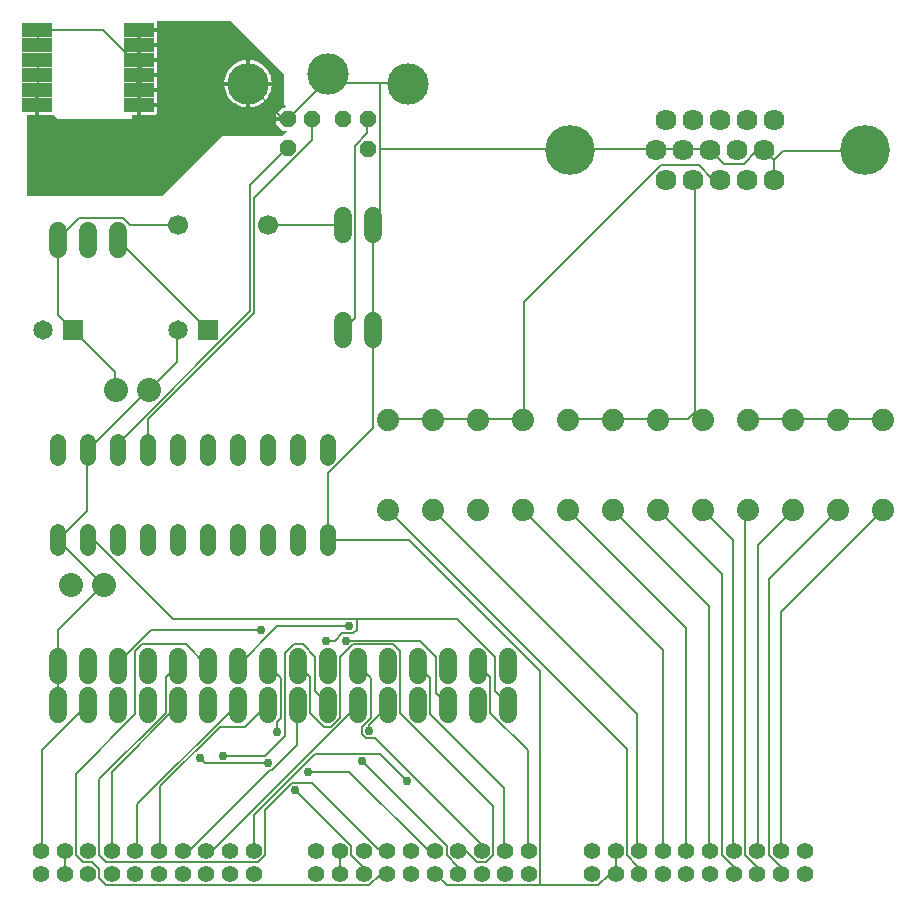
<source format=gbr>
G04 EAGLE Gerber RS-274X export*
G75*
%MOMM*%
%FSLAX34Y34*%
%LPD*%
%INTop Copper*%
%IPPOS*%
%AMOC8*
5,1,8,0,0,1.08239X$1,22.5*%
G01*
%ADD10C,1.408000*%
%ADD11C,4.216400*%
%ADD12C,1.790700*%
%ADD13C,1.879600*%
%ADD14C,3.500000*%
%ADD15P,1.539592X8X22.500000*%
%ADD16C,1.524000*%
%ADD17C,1.320800*%
%ADD18C,1.700000*%
%ADD19C,1.651000*%
%ADD20R,1.651000X1.651000*%
%ADD21C,2.032000*%
%ADD22R,2.540000X1.270000*%
%ADD23C,0.152400*%
%ADD24C,0.756400*%

G36*
X203220Y596142D02*
X203220Y596142D01*
X203239Y596140D01*
X203310Y596155D01*
X203381Y596161D01*
X203411Y596173D01*
X203443Y596179D01*
X203460Y596188D01*
X203480Y596192D01*
X203542Y596229D01*
X203607Y596257D01*
X203639Y596283D01*
X203660Y596294D01*
X203674Y596308D01*
X203691Y596318D01*
X203706Y596336D01*
X203738Y596362D01*
X254315Y646939D01*
X304800Y646939D01*
X304890Y646954D01*
X304981Y646961D01*
X305011Y646973D01*
X305043Y646979D01*
X305123Y647021D01*
X305207Y647057D01*
X305239Y647083D01*
X305260Y647094D01*
X305282Y647117D01*
X305338Y647162D01*
X308224Y650048D01*
X308266Y650106D01*
X308316Y650158D01*
X308338Y650205D01*
X308368Y650247D01*
X308389Y650316D01*
X308419Y650381D01*
X308425Y650433D01*
X308440Y650483D01*
X308438Y650554D01*
X308446Y650625D01*
X308435Y650676D01*
X308434Y650728D01*
X308409Y650796D01*
X308394Y650866D01*
X308367Y650910D01*
X308349Y650959D01*
X308305Y651015D01*
X308268Y651077D01*
X308228Y651111D01*
X308196Y651151D01*
X308135Y651190D01*
X308081Y651237D01*
X308033Y651256D01*
X307989Y651284D01*
X307919Y651302D01*
X307853Y651329D01*
X307781Y651337D01*
X307750Y651345D01*
X307727Y651343D01*
X307686Y651347D01*
X304902Y651347D01*
X299247Y657002D01*
X299247Y659477D01*
X308138Y659477D01*
X308158Y659480D01*
X308177Y659478D01*
X308279Y659500D01*
X308381Y659517D01*
X308398Y659526D01*
X308418Y659530D01*
X308507Y659583D01*
X308598Y659632D01*
X308612Y659646D01*
X308629Y659656D01*
X308696Y659735D01*
X308767Y659810D01*
X308776Y659828D01*
X308789Y659843D01*
X308827Y659939D01*
X308871Y660033D01*
X308873Y660053D01*
X308881Y660071D01*
X308899Y660238D01*
X308899Y661762D01*
X308896Y661782D01*
X308898Y661801D01*
X308876Y661903D01*
X308859Y662005D01*
X308850Y662022D01*
X308846Y662042D01*
X308793Y662131D01*
X308744Y662222D01*
X308730Y662236D01*
X308720Y662253D01*
X308641Y662320D01*
X308566Y662391D01*
X308548Y662400D01*
X308533Y662413D01*
X308437Y662452D01*
X308343Y662495D01*
X308323Y662497D01*
X308305Y662505D01*
X308138Y662523D01*
X299247Y662523D01*
X299247Y664998D01*
X304902Y670653D01*
X306486Y670653D01*
X306557Y670664D01*
X306628Y670666D01*
X306677Y670684D01*
X306729Y670692D01*
X306792Y670726D01*
X306859Y670751D01*
X306900Y670783D01*
X306946Y670807D01*
X306996Y670860D01*
X307052Y670904D01*
X307080Y670948D01*
X307116Y670986D01*
X307146Y671051D01*
X307185Y671111D01*
X307197Y671162D01*
X307219Y671209D01*
X307227Y671280D01*
X307245Y671350D01*
X307241Y671402D01*
X307246Y671453D01*
X307231Y671524D01*
X307225Y671595D01*
X307205Y671643D01*
X307194Y671694D01*
X307157Y671755D01*
X307129Y671821D01*
X307084Y671877D01*
X307068Y671905D01*
X307050Y671920D01*
X307024Y671952D01*
X305561Y673415D01*
X305561Y698500D01*
X305547Y698590D01*
X305539Y698681D01*
X305527Y698711D01*
X305522Y698743D01*
X305479Y698823D01*
X305443Y698907D01*
X305417Y698939D01*
X305406Y698960D01*
X305383Y698982D01*
X305338Y699038D01*
X260634Y743742D01*
X260560Y743795D01*
X260491Y743855D01*
X260461Y743867D01*
X260435Y743886D01*
X260348Y743913D01*
X260263Y743947D01*
X260222Y743951D01*
X260199Y743958D01*
X260167Y743957D01*
X260096Y743965D01*
X198882Y743965D01*
X198862Y743962D01*
X198843Y743964D01*
X198741Y743942D01*
X198639Y743926D01*
X198622Y743916D01*
X198602Y743912D01*
X198513Y743859D01*
X198422Y743810D01*
X198408Y743796D01*
X198391Y743786D01*
X198324Y743707D01*
X198252Y743632D01*
X198244Y743614D01*
X198231Y743599D01*
X198192Y743503D01*
X198149Y743409D01*
X198147Y743389D01*
X198139Y743371D01*
X198121Y743204D01*
X198121Y738123D01*
X183642Y738123D01*
X183622Y738120D01*
X183603Y738122D01*
X183501Y738100D01*
X183399Y738083D01*
X183382Y738074D01*
X183362Y738070D01*
X183273Y738017D01*
X183182Y737968D01*
X183168Y737954D01*
X183151Y737944D01*
X183084Y737865D01*
X183013Y737790D01*
X183004Y737772D01*
X182991Y737757D01*
X182952Y737661D01*
X182909Y737567D01*
X182907Y737547D01*
X182899Y737529D01*
X182881Y737362D01*
X182881Y736599D01*
X182118Y736599D01*
X182098Y736596D01*
X182079Y736598D01*
X181977Y736576D01*
X181875Y736559D01*
X181858Y736550D01*
X181838Y736546D01*
X181749Y736493D01*
X181658Y736444D01*
X181644Y736430D01*
X181627Y736420D01*
X181560Y736341D01*
X181489Y736266D01*
X181480Y736248D01*
X181467Y736233D01*
X181428Y736137D01*
X181385Y736043D01*
X181383Y736023D01*
X181375Y736005D01*
X181357Y735838D01*
X181357Y724662D01*
X181360Y724642D01*
X181358Y724623D01*
X181380Y724521D01*
X181397Y724419D01*
X181406Y724402D01*
X181410Y724382D01*
X181463Y724293D01*
X181512Y724202D01*
X181526Y724188D01*
X181536Y724171D01*
X181615Y724104D01*
X181690Y724033D01*
X181708Y724024D01*
X181723Y724011D01*
X181819Y723972D01*
X181913Y723929D01*
X181933Y723927D01*
X181951Y723919D01*
X182118Y723901D01*
X182881Y723901D01*
X182881Y723899D01*
X182118Y723899D01*
X182098Y723896D01*
X182079Y723898D01*
X181977Y723876D01*
X181875Y723859D01*
X181858Y723850D01*
X181838Y723846D01*
X181749Y723793D01*
X181658Y723744D01*
X181644Y723730D01*
X181627Y723720D01*
X181560Y723641D01*
X181489Y723566D01*
X181480Y723548D01*
X181467Y723533D01*
X181428Y723437D01*
X181385Y723343D01*
X181383Y723323D01*
X181375Y723305D01*
X181357Y723138D01*
X181357Y711962D01*
X181360Y711942D01*
X181358Y711923D01*
X181380Y711821D01*
X181397Y711719D01*
X181406Y711702D01*
X181410Y711682D01*
X181463Y711593D01*
X181512Y711502D01*
X181526Y711488D01*
X181536Y711471D01*
X181615Y711404D01*
X181690Y711333D01*
X181708Y711324D01*
X181723Y711311D01*
X181819Y711272D01*
X181913Y711229D01*
X181933Y711227D01*
X181951Y711219D01*
X182118Y711201D01*
X182881Y711201D01*
X182881Y711199D01*
X182118Y711199D01*
X182098Y711196D01*
X182079Y711198D01*
X181977Y711176D01*
X181875Y711159D01*
X181858Y711150D01*
X181838Y711146D01*
X181749Y711093D01*
X181658Y711044D01*
X181644Y711030D01*
X181627Y711020D01*
X181560Y710941D01*
X181489Y710866D01*
X181480Y710848D01*
X181467Y710833D01*
X181428Y710737D01*
X181385Y710643D01*
X181383Y710623D01*
X181375Y710605D01*
X181357Y710438D01*
X181357Y700023D01*
X177800Y700023D01*
X177780Y700020D01*
X177761Y700022D01*
X177659Y700000D01*
X177557Y699983D01*
X177540Y699974D01*
X177520Y699970D01*
X177431Y699917D01*
X177340Y699868D01*
X177326Y699854D01*
X177309Y699844D01*
X177242Y699765D01*
X177171Y699690D01*
X177162Y699672D01*
X177149Y699657D01*
X177110Y699561D01*
X177067Y699467D01*
X177065Y699447D01*
X177057Y699429D01*
X177039Y699262D01*
X177039Y697738D01*
X177042Y697718D01*
X177040Y697699D01*
X177062Y697597D01*
X177079Y697495D01*
X177088Y697478D01*
X177092Y697458D01*
X177145Y697369D01*
X177194Y697278D01*
X177208Y697264D01*
X177218Y697247D01*
X177297Y697180D01*
X177372Y697109D01*
X177390Y697100D01*
X177405Y697087D01*
X177501Y697048D01*
X177595Y697005D01*
X177615Y697003D01*
X177633Y696995D01*
X177800Y696977D01*
X181357Y696977D01*
X181357Y687323D01*
X177800Y687323D01*
X177780Y687320D01*
X177761Y687322D01*
X177659Y687300D01*
X177557Y687283D01*
X177540Y687274D01*
X177520Y687270D01*
X177431Y687217D01*
X177340Y687168D01*
X177326Y687154D01*
X177309Y687144D01*
X177242Y687065D01*
X177171Y686990D01*
X177162Y686972D01*
X177149Y686957D01*
X177110Y686861D01*
X177067Y686767D01*
X177065Y686747D01*
X177057Y686729D01*
X177039Y686562D01*
X177039Y685038D01*
X177042Y685018D01*
X177040Y684999D01*
X177062Y684897D01*
X177079Y684795D01*
X177088Y684778D01*
X177092Y684758D01*
X177145Y684669D01*
X177194Y684578D01*
X177208Y684564D01*
X177218Y684547D01*
X177297Y684480D01*
X177372Y684409D01*
X177390Y684400D01*
X177405Y684387D01*
X177501Y684348D01*
X177595Y684305D01*
X177615Y684303D01*
X177633Y684295D01*
X177800Y684277D01*
X181357Y684277D01*
X181357Y673862D01*
X181360Y673842D01*
X181358Y673823D01*
X181380Y673721D01*
X181397Y673619D01*
X181406Y673602D01*
X181410Y673582D01*
X181463Y673493D01*
X181512Y673402D01*
X181526Y673388D01*
X181536Y673371D01*
X181615Y673304D01*
X181690Y673233D01*
X181708Y673224D01*
X181723Y673211D01*
X181819Y673172D01*
X181913Y673129D01*
X181933Y673127D01*
X181951Y673119D01*
X182118Y673101D01*
X182881Y673101D01*
X182881Y673099D01*
X182118Y673099D01*
X182098Y673096D01*
X182079Y673098D01*
X181977Y673076D01*
X181875Y673059D01*
X181858Y673050D01*
X181838Y673046D01*
X181749Y672993D01*
X181658Y672944D01*
X181644Y672930D01*
X181627Y672920D01*
X181560Y672841D01*
X181489Y672766D01*
X181480Y672748D01*
X181467Y672733D01*
X181428Y672637D01*
X181385Y672543D01*
X181383Y672523D01*
X181375Y672505D01*
X181357Y672338D01*
X181357Y664209D01*
X177800Y664209D01*
X177780Y664206D01*
X177761Y664208D01*
X177659Y664186D01*
X177557Y664170D01*
X177540Y664160D01*
X177520Y664156D01*
X177431Y664103D01*
X177340Y664054D01*
X177326Y664040D01*
X177309Y664030D01*
X177242Y663951D01*
X177171Y663876D01*
X177162Y663858D01*
X177149Y663843D01*
X177110Y663747D01*
X177067Y663653D01*
X177065Y663633D01*
X177057Y663615D01*
X177039Y663448D01*
X177039Y661161D01*
X114615Y661161D01*
X111370Y664406D01*
X111335Y664432D01*
X111305Y664464D01*
X111235Y664503D01*
X111171Y664550D01*
X111129Y664563D01*
X111090Y664584D01*
X111012Y664599D01*
X110936Y664622D01*
X110892Y664621D01*
X110849Y664629D01*
X110770Y664618D01*
X110690Y664616D01*
X110648Y664601D01*
X110605Y664595D01*
X110472Y664536D01*
X110459Y664531D01*
X110456Y664529D01*
X110451Y664527D01*
X110201Y664382D01*
X109554Y664209D01*
X98043Y664209D01*
X98043Y672338D01*
X98040Y672358D01*
X98042Y672377D01*
X98020Y672479D01*
X98003Y672581D01*
X97994Y672598D01*
X97990Y672618D01*
X97937Y672707D01*
X97888Y672798D01*
X97874Y672812D01*
X97864Y672829D01*
X97785Y672896D01*
X97710Y672967D01*
X97692Y672976D01*
X97677Y672989D01*
X97581Y673028D01*
X97487Y673071D01*
X97467Y673073D01*
X97449Y673081D01*
X97282Y673099D01*
X95758Y673099D01*
X95738Y673096D01*
X95719Y673098D01*
X95617Y673076D01*
X95515Y673059D01*
X95498Y673050D01*
X95478Y673046D01*
X95389Y672993D01*
X95298Y672944D01*
X95284Y672930D01*
X95267Y672920D01*
X95200Y672841D01*
X95129Y672766D01*
X95120Y672748D01*
X95107Y672733D01*
X95068Y672637D01*
X95025Y672543D01*
X95023Y672523D01*
X95015Y672505D01*
X94997Y672338D01*
X94997Y664209D01*
X88900Y664209D01*
X88880Y664206D01*
X88861Y664208D01*
X88759Y664186D01*
X88657Y664170D01*
X88640Y664160D01*
X88620Y664156D01*
X88531Y664103D01*
X88440Y664054D01*
X88426Y664040D01*
X88409Y664030D01*
X88342Y663951D01*
X88271Y663876D01*
X88262Y663858D01*
X88249Y663843D01*
X88210Y663747D01*
X88167Y663653D01*
X88165Y663633D01*
X88157Y663615D01*
X88139Y663448D01*
X88139Y596900D01*
X88142Y596880D01*
X88140Y596861D01*
X88162Y596759D01*
X88179Y596657D01*
X88188Y596640D01*
X88192Y596620D01*
X88245Y596531D01*
X88294Y596440D01*
X88308Y596426D01*
X88318Y596409D01*
X88397Y596342D01*
X88472Y596271D01*
X88490Y596262D01*
X88505Y596249D01*
X88601Y596210D01*
X88695Y596167D01*
X88715Y596165D01*
X88733Y596157D01*
X88900Y596139D01*
X203200Y596139D01*
X203220Y596142D01*
G37*
%LPC*%
G36*
X276923Y692523D02*
X276923Y692523D01*
X276923Y711013D01*
X279318Y710698D01*
X281856Y710018D01*
X284283Y709013D01*
X286558Y707699D01*
X288642Y706100D01*
X290500Y704242D01*
X292099Y702158D01*
X293413Y699883D01*
X294418Y697456D01*
X295098Y694918D01*
X295413Y692523D01*
X276923Y692523D01*
G37*
%LPD*%
%LPC*%
G36*
X255387Y692523D02*
X255387Y692523D01*
X255702Y694918D01*
X256382Y697456D01*
X257387Y699883D01*
X258701Y702158D01*
X260300Y704242D01*
X262158Y706100D01*
X264242Y707699D01*
X266517Y709013D01*
X268944Y710018D01*
X271482Y710698D01*
X273877Y711013D01*
X273877Y692523D01*
X255387Y692523D01*
G37*
%LPD*%
%LPC*%
G36*
X276923Y689477D02*
X276923Y689477D01*
X295413Y689477D01*
X295098Y687082D01*
X294418Y684544D01*
X293413Y682117D01*
X292099Y679842D01*
X290500Y677758D01*
X288642Y675900D01*
X286558Y674301D01*
X284283Y672987D01*
X281856Y671982D01*
X279318Y671302D01*
X276923Y670987D01*
X276923Y689477D01*
G37*
%LPD*%
%LPC*%
G36*
X271482Y671302D02*
X271482Y671302D01*
X268944Y671982D01*
X266517Y672987D01*
X264242Y674301D01*
X262158Y675900D01*
X260300Y677758D01*
X258701Y679842D01*
X257387Y682117D01*
X256382Y684544D01*
X255702Y687082D01*
X255387Y689477D01*
X273877Y689477D01*
X273877Y670987D01*
X271482Y671302D01*
G37*
%LPD*%
%LPC*%
G36*
X184403Y725423D02*
X184403Y725423D01*
X184403Y735077D01*
X198121Y735077D01*
X198121Y725423D01*
X184403Y725423D01*
G37*
%LPD*%
%LPC*%
G36*
X184403Y712723D02*
X184403Y712723D01*
X184403Y722377D01*
X198121Y722377D01*
X198121Y712723D01*
X184403Y712723D01*
G37*
%LPD*%
%LPC*%
G36*
X184403Y700023D02*
X184403Y700023D01*
X184403Y709677D01*
X198121Y709677D01*
X198121Y700023D01*
X184403Y700023D01*
G37*
%LPD*%
%LPC*%
G36*
X184403Y687323D02*
X184403Y687323D01*
X184403Y696977D01*
X198121Y696977D01*
X198121Y687323D01*
X184403Y687323D01*
G37*
%LPD*%
%LPC*%
G36*
X184403Y674623D02*
X184403Y674623D01*
X184403Y684277D01*
X198121Y684277D01*
X198121Y674623D01*
X184403Y674623D01*
G37*
%LPD*%
%LPC*%
G36*
X184403Y671577D02*
X184403Y671577D01*
X198121Y671577D01*
X198121Y666416D01*
X197948Y665769D01*
X197613Y665190D01*
X197140Y664717D01*
X196561Y664382D01*
X195914Y664209D01*
X184403Y664209D01*
X184403Y671577D01*
G37*
%LPD*%
G36*
X97302Y673104D02*
X97302Y673104D01*
X97321Y673102D01*
X97423Y673124D01*
X97525Y673141D01*
X97542Y673150D01*
X97562Y673154D01*
X97651Y673207D01*
X97742Y673256D01*
X97756Y673270D01*
X97773Y673280D01*
X97840Y673359D01*
X97911Y673434D01*
X97920Y673452D01*
X97933Y673467D01*
X97972Y673563D01*
X98015Y673657D01*
X98017Y673677D01*
X98025Y673695D01*
X98043Y673862D01*
X98043Y684277D01*
X101600Y684277D01*
X101620Y684280D01*
X101639Y684278D01*
X101741Y684300D01*
X101843Y684317D01*
X101860Y684326D01*
X101880Y684330D01*
X101969Y684383D01*
X102060Y684432D01*
X102074Y684446D01*
X102091Y684456D01*
X102158Y684535D01*
X102230Y684610D01*
X102238Y684628D01*
X102251Y684643D01*
X102290Y684739D01*
X102333Y684833D01*
X102335Y684853D01*
X102343Y684871D01*
X102361Y685038D01*
X102361Y685800D01*
X102358Y685820D01*
X102360Y685839D01*
X102338Y685941D01*
X102322Y686043D01*
X102312Y686060D01*
X102308Y686080D01*
X102255Y686169D01*
X102206Y686260D01*
X102192Y686274D01*
X102182Y686291D01*
X102103Y686358D01*
X102028Y686430D01*
X102010Y686438D01*
X101995Y686451D01*
X101899Y686490D01*
X101805Y686533D01*
X101785Y686535D01*
X101767Y686543D01*
X101600Y686561D01*
X97282Y686561D01*
X97262Y686558D01*
X97243Y686560D01*
X97141Y686538D01*
X97039Y686522D01*
X97022Y686512D01*
X97002Y686508D01*
X96913Y686455D01*
X96822Y686406D01*
X96808Y686392D01*
X96791Y686382D01*
X96724Y686303D01*
X96653Y686228D01*
X96644Y686210D01*
X96631Y686195D01*
X96592Y686099D01*
X96549Y686005D01*
X96547Y685985D01*
X96539Y685967D01*
X96521Y685800D01*
X96521Y685799D01*
X95758Y685799D01*
X95738Y685796D01*
X95719Y685798D01*
X95617Y685776D01*
X95515Y685759D01*
X95498Y685750D01*
X95478Y685746D01*
X95389Y685693D01*
X95298Y685644D01*
X95284Y685630D01*
X95267Y685620D01*
X95200Y685541D01*
X95129Y685466D01*
X95120Y685448D01*
X95107Y685433D01*
X95068Y685337D01*
X95025Y685243D01*
X95023Y685223D01*
X95015Y685205D01*
X94997Y685038D01*
X94997Y673862D01*
X95000Y673842D01*
X94998Y673823D01*
X95020Y673721D01*
X95037Y673619D01*
X95046Y673602D01*
X95050Y673582D01*
X95103Y673493D01*
X95152Y673402D01*
X95166Y673388D01*
X95176Y673371D01*
X95255Y673304D01*
X95330Y673233D01*
X95348Y673224D01*
X95363Y673211D01*
X95459Y673172D01*
X95553Y673129D01*
X95573Y673127D01*
X95591Y673119D01*
X95758Y673101D01*
X97282Y673101D01*
X97302Y673104D01*
G37*
%LPC*%
G36*
X275399Y690999D02*
X275399Y690999D01*
X275399Y691001D01*
X275401Y691001D01*
X275401Y690999D01*
X275399Y690999D01*
G37*
%LPD*%
%LPC*%
G36*
X182879Y698499D02*
X182879Y698499D01*
X182879Y698501D01*
X182881Y698501D01*
X182881Y698499D01*
X182879Y698499D01*
G37*
%LPD*%
%LPC*%
G36*
X182879Y685799D02*
X182879Y685799D01*
X182879Y685801D01*
X182881Y685801D01*
X182881Y685799D01*
X182879Y685799D01*
G37*
%LPD*%
D10*
X566500Y21750D03*
X566500Y41750D03*
X586500Y21750D03*
X586500Y41750D03*
X606500Y21750D03*
X606500Y41750D03*
X626500Y21750D03*
X626500Y41750D03*
X646500Y21750D03*
X646500Y41750D03*
X666500Y21750D03*
X666500Y41750D03*
X686500Y21750D03*
X686500Y41750D03*
X706500Y21750D03*
X706500Y41750D03*
X726500Y21750D03*
X726500Y41750D03*
X746500Y21750D03*
X746500Y41750D03*
D11*
X798119Y635000D03*
X548081Y635000D03*
D12*
X721029Y609590D03*
X698118Y609590D03*
X675208Y609590D03*
X652297Y609590D03*
X629386Y609590D03*
X712571Y635000D03*
X689660Y635000D03*
X666750Y635000D03*
X643839Y635000D03*
X620928Y635000D03*
X721029Y660411D03*
X698118Y660411D03*
X675208Y660411D03*
X652297Y660411D03*
X629386Y660411D03*
D13*
X812800Y330200D03*
X812800Y406400D03*
X774700Y330200D03*
X774700Y406400D03*
X736600Y330200D03*
X736600Y406400D03*
X698500Y330200D03*
X698500Y406400D03*
X660400Y330200D03*
X660400Y406400D03*
X622300Y330200D03*
X622300Y406400D03*
X584200Y330200D03*
X584200Y406400D03*
X546100Y330200D03*
X546100Y406400D03*
X508000Y330200D03*
X508000Y406400D03*
X469900Y330200D03*
X469900Y406400D03*
X431800Y330200D03*
X431800Y406400D03*
X393700Y330200D03*
X393700Y406400D03*
D14*
X410900Y691000D03*
X275400Y691000D03*
X342900Y699000D03*
D15*
X355900Y661000D03*
X329900Y661000D03*
X308900Y661000D03*
X376900Y661000D03*
X376900Y636000D03*
X308900Y636500D03*
D16*
X355600Y579120D02*
X355600Y563880D01*
X381000Y563880D02*
X381000Y579120D01*
X114300Y566420D02*
X114300Y551180D01*
X139700Y551180D02*
X139700Y566420D01*
X165100Y566420D02*
X165100Y551180D01*
D17*
X114300Y311404D02*
X114300Y298196D01*
X139700Y298196D02*
X139700Y311404D01*
X266700Y311404D02*
X266700Y298196D01*
X292100Y298196D02*
X292100Y311404D01*
X165100Y311404D02*
X165100Y298196D01*
X190500Y298196D02*
X190500Y311404D01*
X241300Y311404D02*
X241300Y298196D01*
X215900Y298196D02*
X215900Y311404D01*
X317500Y311404D02*
X317500Y298196D01*
X342900Y298196D02*
X342900Y311404D01*
X342900Y374396D02*
X342900Y387604D01*
X317500Y387604D02*
X317500Y374396D01*
X292100Y374396D02*
X292100Y387604D01*
X266700Y387604D02*
X266700Y374396D01*
X241300Y374396D02*
X241300Y387604D01*
X215900Y387604D02*
X215900Y374396D01*
X190500Y374396D02*
X190500Y387604D01*
X165100Y387604D02*
X165100Y374396D01*
X139700Y374396D02*
X139700Y387604D01*
X114300Y387604D02*
X114300Y374396D01*
D16*
X355600Y474980D02*
X355600Y490220D01*
X381000Y490220D02*
X381000Y474980D01*
D18*
X215900Y571500D03*
X292100Y571500D03*
D19*
X101800Y482600D03*
D20*
X126800Y482600D03*
D19*
X216100Y482600D03*
D20*
X241100Y482600D03*
D21*
X163830Y431800D03*
X191770Y431800D03*
D10*
X100000Y21750D03*
X100000Y41750D03*
X120000Y21750D03*
X120000Y41750D03*
X140000Y21750D03*
X140000Y41750D03*
X160000Y21750D03*
X160000Y41750D03*
X180000Y21750D03*
X180000Y41750D03*
X200000Y21750D03*
X200000Y41750D03*
X220000Y21750D03*
X220000Y41750D03*
X240000Y21750D03*
X240000Y41750D03*
X260000Y21750D03*
X260000Y41750D03*
X280000Y21750D03*
X280000Y41750D03*
D16*
X114300Y157480D02*
X114300Y172720D01*
X139700Y172720D02*
X139700Y157480D01*
X165100Y157480D02*
X165100Y172720D01*
X190500Y172720D02*
X190500Y157480D01*
X215900Y157480D02*
X215900Y172720D01*
X241300Y172720D02*
X241300Y157480D01*
X266700Y157480D02*
X266700Y172720D01*
X292100Y172720D02*
X292100Y157480D01*
X317500Y157480D02*
X317500Y172720D01*
X342900Y172720D02*
X342900Y157480D01*
X368300Y157480D02*
X368300Y172720D01*
X393700Y172720D02*
X393700Y157480D01*
X419100Y157480D02*
X419100Y172720D01*
X444500Y172720D02*
X444500Y157480D01*
X469900Y157480D02*
X469900Y172720D01*
X495300Y172720D02*
X495300Y157480D01*
D10*
X333250Y21750D03*
X333250Y41750D03*
X353250Y21750D03*
X353250Y41750D03*
X373250Y21750D03*
X373250Y41750D03*
X393250Y21750D03*
X393250Y41750D03*
X413250Y21750D03*
X413250Y41750D03*
X433250Y21750D03*
X433250Y41750D03*
X453250Y21750D03*
X453250Y41750D03*
X473250Y21750D03*
X473250Y41750D03*
X493250Y21750D03*
X493250Y41750D03*
X513250Y21750D03*
X513250Y41750D03*
D16*
X114300Y190500D02*
X114300Y205740D01*
X139700Y205740D02*
X139700Y190500D01*
X165100Y190500D02*
X165100Y205740D01*
X190500Y205740D02*
X190500Y190500D01*
X215900Y190500D02*
X215900Y205740D01*
X241300Y205740D02*
X241300Y190500D01*
X266700Y190500D02*
X266700Y205740D01*
X292100Y205740D02*
X292100Y190500D01*
X317500Y190500D02*
X317500Y205740D01*
X342900Y205740D02*
X342900Y190500D01*
X368300Y190500D02*
X368300Y205740D01*
X393700Y205740D02*
X393700Y190500D01*
X419100Y190500D02*
X419100Y205740D01*
X444500Y205740D02*
X444500Y190500D01*
X469900Y190500D02*
X469900Y205740D01*
X495300Y205740D02*
X495300Y190500D01*
D21*
X125730Y266700D03*
X153670Y266700D03*
D22*
X96520Y736600D03*
X182880Y736600D03*
X96520Y723900D03*
X96520Y711200D03*
X96520Y698500D03*
X96520Y685800D03*
X96520Y673100D03*
X182880Y698500D03*
X182880Y711200D03*
X182880Y723900D03*
X182880Y685800D03*
X182880Y673100D03*
D23*
X190500Y431292D02*
X140208Y381000D01*
X139700Y381000D01*
X190500Y431292D02*
X191770Y431800D01*
X214884Y455676D02*
X214884Y481584D01*
X214884Y455676D02*
X192024Y432816D01*
X214884Y481584D02*
X216100Y482600D01*
X192024Y432816D02*
X191770Y431800D01*
X120396Y41148D02*
X120396Y22860D01*
X120000Y21750D01*
X120396Y41148D02*
X120000Y41750D01*
X114300Y165100D02*
X114300Y198120D01*
X152400Y266700D02*
X114300Y304800D01*
X114300Y228600D02*
X114300Y198120D01*
X114300Y228600D02*
X152400Y266700D01*
X153670Y266700D01*
X138684Y329184D02*
X138684Y381000D01*
X138684Y329184D02*
X114300Y304800D01*
X138684Y381000D02*
X139700Y381000D01*
X720852Y609600D02*
X720852Y626364D01*
X713232Y633984D01*
X720852Y609600D02*
X721029Y609590D01*
X713232Y633984D02*
X712571Y635000D01*
X643128Y635508D02*
X621792Y635508D01*
X620928Y635000D01*
X643128Y635508D02*
X643839Y635000D01*
X644652Y635508D02*
X665988Y635508D01*
X666750Y635000D01*
X644652Y635508D02*
X643839Y635000D01*
X705612Y633984D02*
X711708Y633984D01*
X705612Y633984D02*
X694944Y623316D01*
X678180Y623316D01*
X667512Y633984D01*
X711708Y633984D02*
X712571Y635000D01*
X667512Y633984D02*
X666750Y635000D01*
X620268Y635508D02*
X548640Y635508D01*
X620268Y635508D02*
X620928Y635000D01*
X548640Y635508D02*
X548081Y635000D01*
X728472Y633984D02*
X797052Y633984D01*
X728472Y633984D02*
X720852Y626364D01*
X797052Y633984D02*
X798119Y635000D01*
X307848Y661416D02*
X304800Y661416D01*
X275844Y690372D01*
X307848Y661416D02*
X308900Y661000D01*
X275844Y690372D02*
X275400Y691000D01*
X342900Y694944D02*
X342900Y699000D01*
X342900Y694944D02*
X309372Y661416D01*
X308900Y661000D01*
X345948Y691896D02*
X387096Y691896D01*
X409956Y691896D01*
X345948Y691896D02*
X342900Y694944D01*
X409956Y691896D02*
X410900Y691000D01*
X586740Y41148D02*
X586740Y22860D01*
X586500Y21750D01*
X586740Y41148D02*
X586500Y41750D01*
X353568Y41148D02*
X353568Y22860D01*
X353250Y21750D01*
X353568Y41148D02*
X353250Y41750D01*
X580644Y21336D02*
X585216Y21336D01*
X580644Y21336D02*
X571500Y12192D01*
X522732Y12192D02*
X443484Y12192D01*
X522732Y12192D02*
X571500Y12192D01*
X443484Y12192D02*
X434340Y21336D01*
X585216Y21336D02*
X586500Y21750D01*
X434340Y21336D02*
X433250Y21750D01*
X342900Y304800D02*
X342900Y361188D01*
X381000Y399288D01*
X381000Y482600D01*
X381000Y571500D01*
X522732Y193548D02*
X522732Y12192D01*
X522732Y193548D02*
X411480Y304800D01*
X342900Y304800D01*
X387096Y577596D02*
X387096Y635508D01*
X387096Y691896D01*
X387096Y577596D02*
X381000Y571500D01*
X387096Y635508D02*
X547116Y635508D01*
X548081Y635000D01*
X97536Y699516D02*
X97536Y710184D01*
X97536Y699516D02*
X96520Y698500D01*
X97536Y710184D02*
X96520Y711200D01*
X97536Y697992D02*
X97536Y685800D01*
X97536Y697992D02*
X96520Y698500D01*
X96520Y685800D02*
X97536Y685800D01*
X97536Y723900D02*
X97536Y736092D01*
X97536Y723900D02*
X96520Y723900D01*
X181356Y697992D02*
X182880Y697992D01*
X181356Y697992D02*
X181356Y685800D01*
X182880Y684276D01*
X184404Y685800D01*
X184404Y693420D01*
X185928Y694944D01*
X185928Y696468D01*
X184404Y697992D01*
X184404Y704088D01*
X152400Y736092D01*
X97536Y736092D01*
X182880Y698500D02*
X182880Y697992D01*
X97536Y736092D02*
X96520Y736600D01*
X737616Y406908D02*
X774192Y406908D01*
X737616Y406908D02*
X736600Y406400D01*
X774192Y406908D02*
X774700Y406400D01*
X775716Y406908D02*
X812292Y406908D01*
X812800Y406400D01*
X775716Y406908D02*
X774700Y406400D01*
X736092Y406908D02*
X699516Y406908D01*
X736092Y406908D02*
X736600Y406400D01*
X699516Y406908D02*
X698500Y406400D01*
X583692Y406908D02*
X547116Y406908D01*
X546100Y406400D01*
X583692Y406908D02*
X584200Y406400D01*
X653796Y413004D02*
X653796Y608076D01*
X653796Y413004D02*
X660400Y406400D01*
X653796Y608076D02*
X652297Y609590D01*
X647700Y406908D02*
X623316Y406908D01*
X647700Y406908D02*
X653796Y413004D01*
X623316Y406908D02*
X622300Y406400D01*
X621792Y406908D02*
X585216Y406908D01*
X584200Y406400D01*
X621792Y406908D02*
X622300Y406400D01*
X431292Y406908D02*
X394716Y406908D01*
X393700Y406400D01*
X431292Y406908D02*
X431800Y406400D01*
X669036Y609600D02*
X675132Y609600D01*
X669036Y609600D02*
X656844Y621792D01*
X624840Y621792D01*
X509016Y505968D01*
X509016Y406908D01*
X675132Y609600D02*
X675208Y609590D01*
X509016Y406908D02*
X508000Y406400D01*
X507492Y406908D02*
X470916Y406908D01*
X469900Y406400D01*
X507492Y406908D02*
X508000Y406400D01*
X469392Y406908D02*
X432816Y406908D01*
X431800Y406400D01*
X469392Y406908D02*
X469900Y406400D01*
X726948Y243840D02*
X726948Y42672D01*
X726948Y243840D02*
X812292Y329184D01*
X726948Y42672D02*
X726500Y41750D01*
X812292Y329184D02*
X812800Y330200D01*
X725424Y28956D02*
X725424Y22860D01*
X725424Y28956D02*
X716280Y38100D01*
X716280Y271272D01*
X774192Y329184D01*
X725424Y22860D02*
X726500Y21750D01*
X774192Y329184D02*
X774700Y330200D01*
X707136Y300228D02*
X707136Y42672D01*
X707136Y300228D02*
X736092Y329184D01*
X707136Y42672D02*
X706500Y41750D01*
X736092Y329184D02*
X736600Y330200D01*
X705612Y28956D02*
X705612Y22860D01*
X705612Y28956D02*
X696468Y38100D01*
X696468Y327660D01*
X697992Y329184D01*
X705612Y22860D02*
X706500Y21750D01*
X697992Y329184D02*
X698500Y330200D01*
X685800Y304800D02*
X685800Y42672D01*
X685800Y304800D02*
X660400Y330200D01*
X685800Y42672D02*
X686500Y41750D01*
X685800Y28956D02*
X685800Y22860D01*
X685800Y28956D02*
X676656Y38100D01*
X676656Y275844D01*
X622300Y330200D01*
X685800Y22860D02*
X686500Y21750D01*
X665988Y42672D02*
X665988Y248412D01*
X584200Y330200D01*
X665988Y42672D02*
X666500Y41750D01*
X646176Y42672D02*
X646176Y230124D01*
X546100Y330200D01*
X646176Y42672D02*
X646500Y41750D01*
X626364Y42672D02*
X626364Y211836D01*
X508000Y330200D01*
X626364Y42672D02*
X626500Y41750D01*
X605028Y42672D02*
X605028Y156972D01*
X431800Y330200D01*
X605028Y42672D02*
X606500Y41750D01*
X605028Y28956D02*
X605028Y22860D01*
X605028Y28956D02*
X595884Y38100D01*
X595884Y128016D01*
X393700Y330200D01*
X605028Y22860D02*
X606500Y21750D01*
X166116Y381000D02*
X166116Y387096D01*
X277368Y498348D01*
X277368Y605028D01*
X307848Y635508D01*
X166116Y381000D02*
X165100Y381000D01*
X307848Y635508D02*
X308900Y636500D01*
X190500Y406908D02*
X190500Y381000D01*
X190500Y406908D02*
X280416Y496824D01*
X280416Y594360D01*
X329184Y643128D01*
X329184Y659892D01*
X329900Y661000D01*
X355600Y571500D02*
X292100Y571500D01*
X114300Y558800D02*
X114300Y495300D01*
X126492Y483108D01*
X126800Y482600D01*
X175260Y571500D02*
X215900Y571500D01*
X175260Y571500D02*
X169164Y577596D01*
X132588Y577596D01*
X114300Y559308D01*
X114300Y558800D01*
X163068Y446532D02*
X163068Y432816D01*
X163068Y446532D02*
X128016Y481584D01*
X126800Y482600D01*
X163068Y432816D02*
X163830Y431800D01*
X240792Y483108D02*
X165100Y558800D01*
X240792Y483108D02*
X241100Y482600D01*
X376428Y649224D02*
X376428Y659892D01*
X376428Y649224D02*
X365760Y638556D01*
X365760Y492252D01*
X356616Y483108D01*
X376428Y659892D02*
X376900Y661000D01*
X356616Y483108D02*
X355600Y482600D01*
X100584Y126492D02*
X100584Y42672D01*
X100584Y126492D02*
X138684Y164592D01*
X100584Y42672D02*
X100000Y41750D01*
X138684Y164592D02*
X139700Y165100D01*
X139700Y304800D02*
X144780Y304800D01*
X211836Y237744D01*
X367284Y237744D02*
X452628Y237744D01*
X367284Y237744D02*
X211836Y237744D01*
X452628Y237744D02*
X484632Y205740D01*
X484632Y176784D01*
X495300Y166116D01*
X495300Y165100D01*
X348996Y219456D02*
X341376Y219456D01*
X348996Y219456D02*
X355092Y225552D01*
X364236Y225552D01*
X367284Y228600D01*
X367284Y237744D01*
D24*
X341376Y219456D03*
D23*
X358140Y219456D02*
X420624Y219456D01*
X434340Y205740D01*
X434340Y175260D01*
X444500Y165100D01*
D24*
X358140Y219456D03*
D23*
X377952Y147828D02*
X377952Y143256D01*
X377952Y147828D02*
X394716Y164592D01*
X393700Y165100D01*
D24*
X377952Y143256D03*
D23*
X289560Y121920D02*
X254508Y121920D01*
X289560Y121920D02*
X306324Y138684D01*
X306324Y208788D01*
X313944Y216408D01*
X321564Y216408D01*
X332232Y205740D01*
X332232Y176784D01*
X342900Y166116D01*
X342900Y165100D01*
D24*
X254508Y121920D03*
D23*
X280416Y71628D02*
X280416Y42672D01*
X280416Y71628D02*
X332232Y123444D01*
X387096Y123444D01*
X409956Y100584D01*
X280416Y42672D02*
X280000Y41750D01*
D24*
X409956Y100584D03*
D23*
X246888Y42672D02*
X240792Y42672D01*
X246888Y42672D02*
X368808Y164592D01*
X240792Y42672D02*
X240000Y41750D01*
X368300Y165100D02*
X368808Y164592D01*
X227076Y42672D02*
X220980Y42672D01*
X227076Y42672D02*
X294132Y109728D01*
X295656Y109728D01*
X316992Y131064D01*
X316992Y164592D01*
X220980Y42672D02*
X220000Y41750D01*
X316992Y164592D02*
X317500Y165100D01*
X201168Y96012D02*
X201168Y42672D01*
X201168Y96012D02*
X251460Y146304D01*
X272796Y146304D01*
X291084Y164592D01*
X201168Y42672D02*
X200000Y41750D01*
X291084Y164592D02*
X292100Y165100D01*
X181356Y80772D02*
X181356Y42672D01*
X181356Y80772D02*
X266700Y166116D01*
X181356Y42672D02*
X180000Y41750D01*
X266700Y165100D02*
X266700Y166116D01*
X160020Y108204D02*
X160020Y42672D01*
X160020Y108204D02*
X216408Y164592D01*
X160020Y42672D02*
X160000Y41750D01*
X216408Y164592D02*
X215900Y165100D01*
X452628Y28956D02*
X452628Y22860D01*
X452628Y28956D02*
X443484Y38100D01*
X443484Y45720D01*
X371856Y117348D01*
X452628Y22860D02*
X453250Y21750D01*
D24*
X371856Y117348D03*
D23*
X512064Y126492D02*
X512064Y42672D01*
X512064Y126492D02*
X480060Y158496D01*
X480060Y188976D01*
X470916Y198120D01*
X512064Y42672D02*
X513250Y41750D01*
X470916Y198120D02*
X469900Y198120D01*
X492252Y94488D02*
X492252Y42672D01*
X492252Y94488D02*
X429768Y156972D01*
X429768Y187452D01*
X419100Y198120D01*
X492252Y42672D02*
X493250Y41750D01*
X472440Y42672D02*
X472440Y47244D01*
X382524Y137160D01*
X374904Y137160D01*
X371856Y140208D01*
X371856Y146304D01*
X379476Y153924D01*
X379476Y187452D01*
X368808Y198120D01*
X472440Y42672D02*
X473250Y41750D01*
X368808Y198120D02*
X368300Y198120D01*
X454152Y41148D02*
X460248Y41148D01*
X469392Y32004D01*
X477012Y32004D01*
X483108Y38100D01*
X483108Y79248D01*
X403860Y158496D01*
X403860Y210312D01*
X397764Y216408D01*
X364236Y216408D01*
X353568Y205740D01*
X353568Y153924D01*
X345948Y146304D01*
X339852Y146304D01*
X327660Y158496D01*
X327660Y188976D01*
X318516Y198120D01*
X453250Y41750D02*
X454152Y41148D01*
X318516Y198120D02*
X317500Y198120D01*
X426720Y42672D02*
X432816Y42672D01*
X426720Y42672D02*
X361188Y108204D01*
X326136Y108204D01*
X300228Y141732D02*
X300228Y150876D01*
X303276Y153924D01*
X303276Y187452D01*
X292608Y198120D01*
X432816Y42672D02*
X433250Y41750D01*
X292608Y198120D02*
X292100Y198120D01*
D24*
X326136Y108204D03*
X300228Y141732D03*
D23*
X300228Y231648D02*
X361188Y231648D01*
X300228Y231648D02*
X266700Y198120D01*
D24*
X361188Y231648D03*
D23*
X387096Y21336D02*
X393192Y21336D01*
X387096Y21336D02*
X377952Y12192D01*
X155448Y12192D01*
X149352Y18288D01*
X149352Y25908D01*
X143256Y32004D01*
X135636Y32004D01*
X129540Y38100D01*
X129540Y106680D01*
X179832Y156972D01*
X179832Y210312D01*
X185928Y216408D01*
X222504Y216408D01*
X240792Y198120D01*
X393250Y21750D02*
X393192Y21336D01*
X241300Y198120D02*
X240792Y198120D01*
X385572Y42672D02*
X393192Y42672D01*
X385572Y42672D02*
X329184Y99060D01*
X312420Y99060D01*
X289560Y76200D01*
X289560Y38100D01*
X283464Y32004D01*
X155448Y32004D01*
X149352Y38100D01*
X149352Y102108D01*
X205740Y158496D01*
X205740Y188976D01*
X214884Y198120D01*
X393192Y42672D02*
X393250Y41750D01*
X215900Y198120D02*
X214884Y198120D01*
X371856Y28956D02*
X371856Y22860D01*
X371856Y28956D02*
X362712Y38100D01*
X362712Y45720D01*
X315468Y92964D01*
X292608Y115824D02*
X239268Y115824D01*
X234696Y120396D01*
X371856Y22860D02*
X373250Y21750D01*
D24*
X315468Y92964D03*
X292608Y115824D03*
X234696Y120396D03*
D23*
X193548Y228600D02*
X286512Y228600D01*
X193548Y228600D02*
X166116Y201168D01*
X166116Y198120D01*
X165100Y198120D01*
D24*
X286512Y228600D03*
M02*

</source>
